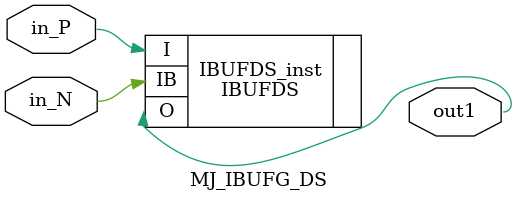
<source format=v>
`timescale 1ns / 1ps


module MJ_IBUFG_DS(
    input in_P,
    input in_N,
    output out1
    );
    
   IBUFDS #(
       .DIFF_TERM("TRUE"),       // Differential Termination
       .IBUF_LOW_PWR("FALSE"),     // Low power="TRUE", Highest performance="FALSE" 
       .IOSTANDARD("DEFAULT")     // Specify the input I/O standard
    ) IBUFDS_inst (
       .O(out1),  // Buffer output
       .I(in_P),  // Diff_p buffer input (connect directly to top-level port)
       .IB(in_N) // Diff_n buffer input (connect directly to top-level port)
    );
    
    
endmodule

</source>
